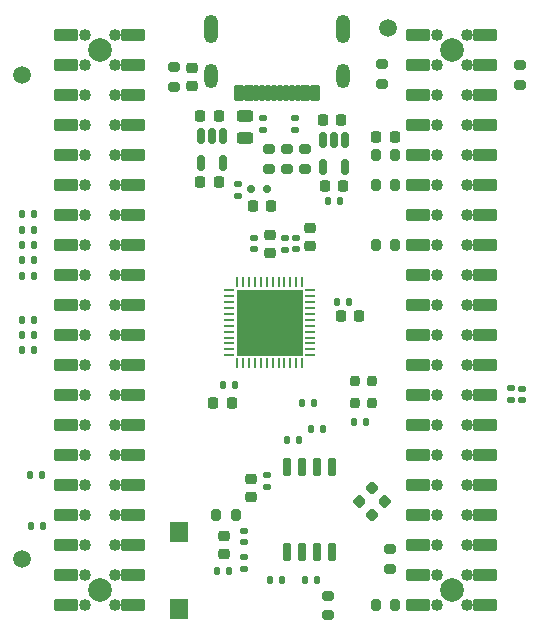
<source format=gbr>
G04 #@! TF.GenerationSoftware,KiCad,Pcbnew,7.0.10-7.0.10~ubuntu22.04.1*
G04 #@! TF.CreationDate,2024-01-11T21:49:49-05:00*
G04 #@! TF.ProjectId,caravel-breakout-fpga-ICE40UP5K-TT3,63617261-7665-46c2-9d62-7265616b6f75,1.2*
G04 #@! TF.SameCoordinates,PX2dc6c00PY42c1d80*
G04 #@! TF.FileFunction,Soldermask,Top*
G04 #@! TF.FilePolarity,Negative*
%FSLAX46Y46*%
G04 Gerber Fmt 4.6, Leading zero omitted, Abs format (unit mm)*
G04 Created by KiCad (PCBNEW 7.0.10-7.0.10~ubuntu22.04.1) date 2024-01-11 21:49:49*
%MOMM*%
%LPD*%
G01*
G04 APERTURE LIST*
G04 Aperture macros list*
%AMRoundRect*
0 Rectangle with rounded corners*
0 $1 Rounding radius*
0 $2 $3 $4 $5 $6 $7 $8 $9 X,Y pos of 4 corners*
0 Add a 4 corners polygon primitive as box body*
4,1,4,$2,$3,$4,$5,$6,$7,$8,$9,$2,$3,0*
0 Add four circle primitives for the rounded corners*
1,1,$1+$1,$2,$3*
1,1,$1+$1,$4,$5*
1,1,$1+$1,$6,$7*
1,1,$1+$1,$8,$9*
0 Add four rect primitives between the rounded corners*
20,1,$1+$1,$2,$3,$4,$5,0*
20,1,$1+$1,$4,$5,$6,$7,0*
20,1,$1+$1,$6,$7,$8,$9,0*
20,1,$1+$1,$8,$9,$2,$3,0*%
G04 Aperture macros list end*
%ADD10RoundRect,0.135000X0.135000X0.185000X-0.135000X0.185000X-0.135000X-0.185000X0.135000X-0.185000X0*%
%ADD11RoundRect,0.225000X0.225000X0.250000X-0.225000X0.250000X-0.225000X-0.250000X0.225000X-0.250000X0*%
%ADD12C,1.020000*%
%ADD13C,2.000000*%
%ADD14RoundRect,0.102000X0.898000X0.408000X-0.898000X0.408000X-0.898000X-0.408000X0.898000X-0.408000X0*%
%ADD15RoundRect,0.140000X0.170000X-0.140000X0.170000X0.140000X-0.170000X0.140000X-0.170000X-0.140000X0*%
%ADD16RoundRect,0.225000X-0.250000X0.225000X-0.250000X-0.225000X0.250000X-0.225000X0.250000X0.225000X0*%
%ADD17RoundRect,0.200000X-0.275000X0.200000X-0.275000X-0.200000X0.275000X-0.200000X0.275000X0.200000X0*%
%ADD18RoundRect,0.200000X0.275000X-0.200000X0.275000X0.200000X-0.275000X0.200000X-0.275000X-0.200000X0*%
%ADD19C,1.500000*%
%ADD20RoundRect,0.200000X-0.335876X-0.053033X-0.053033X-0.335876X0.335876X0.053033X0.053033X0.335876X0*%
%ADD21RoundRect,0.200000X0.200000X0.275000X-0.200000X0.275000X-0.200000X-0.275000X0.200000X-0.275000X0*%
%ADD22RoundRect,0.150000X-0.150000X0.512500X-0.150000X-0.512500X0.150000X-0.512500X0.150000X0.512500X0*%
%ADD23RoundRect,0.135000X0.185000X-0.135000X0.185000X0.135000X-0.185000X0.135000X-0.185000X-0.135000X0*%
%ADD24RoundRect,0.225000X0.250000X-0.225000X0.250000X0.225000X-0.250000X0.225000X-0.250000X-0.225000X0*%
%ADD25RoundRect,0.200000X0.200000X0.250000X-0.200000X0.250000X-0.200000X-0.250000X0.200000X-0.250000X0*%
%ADD26RoundRect,0.135000X-0.135000X-0.185000X0.135000X-0.185000X0.135000X0.185000X-0.135000X0.185000X0*%
%ADD27RoundRect,0.200000X-0.200000X-0.275000X0.200000X-0.275000X0.200000X0.275000X-0.200000X0.275000X0*%
%ADD28RoundRect,0.140000X0.140000X0.170000X-0.140000X0.170000X-0.140000X-0.170000X0.140000X-0.170000X0*%
%ADD29RoundRect,0.218750X-0.256250X0.218750X-0.256250X-0.218750X0.256250X-0.218750X0.256250X0.218750X0*%
%ADD30RoundRect,0.225000X-0.225000X-0.250000X0.225000X-0.250000X0.225000X0.250000X-0.225000X0.250000X0*%
%ADD31RoundRect,0.150000X0.150000X-0.650000X0.150000X0.650000X-0.150000X0.650000X-0.150000X-0.650000X0*%
%ADD32RoundRect,0.102000X0.700000X-0.750000X0.700000X0.750000X-0.700000X0.750000X-0.700000X-0.750000X0*%
%ADD33RoundRect,0.243750X-0.456250X0.243750X-0.456250X-0.243750X0.456250X-0.243750X0.456250X0.243750X0*%
%ADD34RoundRect,0.140000X-0.170000X0.140000X-0.170000X-0.140000X0.170000X-0.140000X0.170000X0.140000X0*%
%ADD35RoundRect,0.140000X-0.140000X-0.170000X0.140000X-0.170000X0.140000X0.170000X-0.140000X0.170000X0*%
%ADD36RoundRect,0.102000X0.300000X0.550000X-0.300000X0.550000X-0.300000X-0.550000X0.300000X-0.550000X0*%
%ADD37RoundRect,0.102000X0.150000X0.550000X-0.150000X0.550000X-0.150000X-0.550000X0.150000X-0.550000X0*%
%ADD38O,1.250000X2.400000*%
%ADD39O,1.180000X2.080000*%
%ADD40RoundRect,0.135000X-0.185000X0.135000X-0.185000X-0.135000X0.185000X-0.135000X0.185000X0.135000X0*%
%ADD41RoundRect,0.062500X0.062500X-0.375000X0.062500X0.375000X-0.062500X0.375000X-0.062500X-0.375000X0*%
%ADD42RoundRect,0.062500X0.375000X-0.062500X0.375000X0.062500X-0.375000X0.062500X-0.375000X-0.062500X0*%
%ADD43R,5.600000X5.600000*%
%ADD44RoundRect,0.200000X-0.053033X0.335876X-0.335876X0.053033X0.053033X-0.335876X0.335876X-0.053033X0*%
%ADD45RoundRect,0.150000X-0.150000X-0.200000X0.150000X-0.200000X0.150000X0.200000X-0.150000X0.200000X0*%
G04 APERTURE END LIST*
D10*
X2010000Y26200000D03*
X990000Y26200000D03*
X2010000Y24950000D03*
X990000Y24950000D03*
X2010000Y31300000D03*
X990000Y31300000D03*
X2010000Y35200000D03*
X990000Y35200000D03*
X2010000Y30000000D03*
X990000Y30000000D03*
X2010000Y23700000D03*
X990000Y23700000D03*
X2010000Y32600000D03*
X990000Y32600000D03*
X2010000Y33900000D03*
X990000Y33900000D03*
D11*
X18775000Y19250000D03*
X17225000Y19250000D03*
D12*
X6330000Y2120000D03*
X8870000Y2120000D03*
D13*
X7600000Y3390000D03*
D12*
X6330000Y4660000D03*
X8870000Y4660000D03*
X6330000Y7200000D03*
X8870000Y7200000D03*
X6330000Y9740000D03*
X8870000Y9740000D03*
X6330000Y12280000D03*
X8870000Y12280000D03*
X6330000Y14820000D03*
X8870000Y14820000D03*
X6330000Y17360000D03*
X8870000Y17360000D03*
X6330000Y19900000D03*
X8870000Y19900000D03*
X6330000Y22440000D03*
X8870000Y22440000D03*
X6330000Y24980000D03*
X8870000Y24980000D03*
X6330000Y27520000D03*
X8870000Y27520000D03*
X6330000Y30060000D03*
X8870000Y30060000D03*
X6330000Y32600000D03*
X8870000Y32600000D03*
X6330000Y35140000D03*
X8870000Y35140000D03*
X6330000Y37680000D03*
X8870000Y37680000D03*
X6330000Y40220000D03*
X8870000Y40220000D03*
X6330000Y42760000D03*
X8870000Y42760000D03*
X6330000Y45300000D03*
X8870000Y45300000D03*
X6330000Y47840000D03*
X8870000Y47840000D03*
D13*
X7600000Y49110000D03*
D12*
X6330000Y50380000D03*
X8870000Y50380000D03*
D14*
X10450000Y2120000D03*
X4750000Y2120000D03*
X10450000Y4660000D03*
X4750000Y4660000D03*
X10450000Y7200000D03*
X4750000Y7200000D03*
X10450000Y9740000D03*
X4750000Y9740000D03*
X10450000Y12280000D03*
X4750000Y12280000D03*
X10450000Y14820000D03*
X4750000Y14820000D03*
X10450000Y17360000D03*
X4750000Y17360000D03*
X10450000Y19900000D03*
X4750000Y19900000D03*
X10450000Y22440000D03*
X4750000Y22440000D03*
X10450000Y24980000D03*
X4750000Y24980000D03*
X10450000Y27520000D03*
X4750000Y27520000D03*
X10450000Y30060000D03*
X4750000Y30060000D03*
X10450000Y32600000D03*
X4750000Y32600000D03*
X10450000Y35140000D03*
X4750000Y35140000D03*
X10450000Y37680000D03*
X4750000Y37680000D03*
X10450000Y40220000D03*
X4750000Y40220000D03*
X10450000Y42760000D03*
X4750000Y42760000D03*
X10450000Y45300000D03*
X4750000Y45300000D03*
X10450000Y47840000D03*
X4750000Y47840000D03*
X10450000Y50380000D03*
X4750000Y50380000D03*
D15*
X24250000Y32220000D03*
X24250000Y33180000D03*
D16*
X20400000Y12775000D03*
X20400000Y11225000D03*
D17*
X31500000Y47900000D03*
X31500000Y46250000D03*
D18*
X24950000Y39025000D03*
X24950000Y40675000D03*
D17*
X23450000Y40675000D03*
X23450000Y39025000D03*
D19*
X32000000Y51000000D03*
D20*
X30616637Y11983363D03*
X31783363Y10816637D03*
D15*
X43400000Y19470000D03*
X43400000Y20430000D03*
D21*
X32625000Y2100000D03*
X30975000Y2100000D03*
D16*
X15400000Y47562500D03*
X15400000Y46012500D03*
D17*
X43200000Y47825000D03*
X43200000Y46175000D03*
D22*
X28400000Y41487500D03*
X27450000Y41487500D03*
X26500000Y41487500D03*
X26500000Y39212500D03*
X28400000Y39212500D03*
D23*
X42400000Y19440000D03*
X42400000Y20460000D03*
D18*
X26900000Y1250000D03*
X26900000Y2900000D03*
D24*
X25450000Y32475000D03*
X25450000Y34025000D03*
D21*
X32625000Y32600000D03*
X30975000Y32600000D03*
D10*
X2810000Y8800000D03*
X1790000Y8800000D03*
D25*
X30700000Y19200000D03*
X30700000Y21050000D03*
X29250000Y21050000D03*
X29250000Y19200000D03*
D20*
X29516637Y10883363D03*
X30683363Y9716637D03*
D26*
X24990000Y4200000D03*
X26010000Y4200000D03*
D27*
X17475000Y9700000D03*
X19125000Y9700000D03*
D28*
X27930000Y36350000D03*
X26970000Y36350000D03*
D29*
X18100000Y7987500D03*
X18100000Y6412500D03*
D30*
X31025000Y41700000D03*
X32575000Y41700000D03*
D11*
X17675000Y37900000D03*
X16125000Y37900000D03*
D17*
X21950000Y40675000D03*
X21950000Y39025000D03*
D31*
X23495000Y6600000D03*
X24765000Y6600000D03*
X26035000Y6600000D03*
X27305000Y6600000D03*
X27305000Y13800000D03*
X26035000Y13800000D03*
X24765000Y13800000D03*
X23495000Y13800000D03*
D26*
X25490000Y17000000D03*
X26510000Y17000000D03*
D21*
X32625000Y37700000D03*
X30975000Y37700000D03*
D11*
X17675000Y43500000D03*
X16125000Y43500000D03*
D23*
X19800000Y5190000D03*
X19800000Y6210000D03*
D30*
X26475000Y43200000D03*
X28025000Y43200000D03*
D32*
X14300000Y1750000D03*
X14300000Y8250000D03*
D19*
X1000000Y47000000D03*
D23*
X23300000Y32190000D03*
X23300000Y33210000D03*
D33*
X19900000Y43537500D03*
X19900000Y41662500D03*
D34*
X19800000Y8380000D03*
X19800000Y7420000D03*
D11*
X28225000Y37550000D03*
X26675000Y37550000D03*
D24*
X22000000Y31925000D03*
X22000000Y33475000D03*
D17*
X32200000Y6825000D03*
X32200000Y5175000D03*
D34*
X19300000Y37730000D03*
X19300000Y36770000D03*
D10*
X2710000Y13100000D03*
X1690000Y13100000D03*
D21*
X32625000Y40200000D03*
X30975000Y40200000D03*
D35*
X27720000Y27800000D03*
X28680000Y27800000D03*
D17*
X13900000Y47625000D03*
X13900000Y45975000D03*
D28*
X19030000Y20700000D03*
X18070000Y20700000D03*
D10*
X18520000Y5000000D03*
X17500000Y5000000D03*
D35*
X29170000Y17600000D03*
X30130000Y17600000D03*
D11*
X22125000Y35850000D03*
X20575000Y35850000D03*
D36*
X25820000Y45450000D03*
X25020000Y45450000D03*
D37*
X23870000Y45450000D03*
X22870000Y45450000D03*
X22370000Y45450000D03*
X21370000Y45450000D03*
D36*
X19420000Y45450000D03*
X20220000Y45450000D03*
D37*
X20870000Y45450000D03*
X21870000Y45450000D03*
X23370000Y45450000D03*
X24370000Y45450000D03*
D38*
X28240000Y50900000D03*
D39*
X17000000Y46900000D03*
X28240000Y46900000D03*
D38*
X17000000Y50900000D03*
D26*
X24690000Y19200000D03*
X25710000Y19200000D03*
D40*
X21400000Y43360000D03*
X21400000Y42340000D03*
X24180000Y43360000D03*
X24180000Y42340000D03*
D41*
X19250000Y22562500D03*
X19750000Y22562500D03*
X20250000Y22562500D03*
X20750000Y22562500D03*
X21250000Y22562500D03*
X21750000Y22562500D03*
X22250000Y22562500D03*
X22750000Y22562500D03*
X23250000Y22562500D03*
X23750000Y22562500D03*
X24250000Y22562500D03*
X24750000Y22562500D03*
D42*
X25437500Y23250000D03*
X25437500Y23750000D03*
X25437500Y24250000D03*
X25437500Y24750000D03*
X25437500Y25250000D03*
X25437500Y25750000D03*
X25437500Y26250000D03*
X25437500Y26750000D03*
X25437500Y27250000D03*
X25437500Y27750000D03*
X25437500Y28250000D03*
X25437500Y28750000D03*
D41*
X24750000Y29437500D03*
X24250000Y29437500D03*
X23750000Y29437500D03*
X23250000Y29437500D03*
X22750000Y29437500D03*
X22250000Y29437500D03*
X21750000Y29437500D03*
X21250000Y29437500D03*
X20750000Y29437500D03*
X20250000Y29437500D03*
X19750000Y29437500D03*
X19250000Y29437500D03*
D42*
X18562500Y28750000D03*
X18562500Y28250000D03*
X18562500Y27750000D03*
X18562500Y27250000D03*
X18562500Y26750000D03*
X18562500Y26250000D03*
X18562500Y25750000D03*
X18562500Y25250000D03*
X18562500Y24750000D03*
X18562500Y24250000D03*
X18562500Y23750000D03*
X18562500Y23250000D03*
D43*
X22000000Y26000000D03*
D44*
X30683363Y11983363D03*
X29516637Y10816637D03*
D12*
X36130000Y2120000D03*
X38670000Y2120000D03*
D13*
X37400000Y3390000D03*
D12*
X36130000Y4660000D03*
X38670000Y4660000D03*
X36130000Y7200000D03*
X38670000Y7200000D03*
X36130000Y9740000D03*
X38670000Y9740000D03*
X36130000Y12280000D03*
X38670000Y12280000D03*
X36130000Y14820000D03*
X38670000Y14820000D03*
X36130000Y17360000D03*
X38670000Y17360000D03*
X36130000Y19900000D03*
X38670000Y19900000D03*
X36130000Y22440000D03*
X38670000Y22440000D03*
X36130000Y24980000D03*
X38670000Y24980000D03*
X36130000Y27520000D03*
X38670000Y27520000D03*
X36130000Y30060000D03*
X38670000Y30060000D03*
X36130000Y32600000D03*
X38670000Y32600000D03*
X36130000Y35140000D03*
X38670000Y35140000D03*
X36130000Y37680000D03*
X38670000Y37680000D03*
X36130000Y40220000D03*
X38670000Y40220000D03*
X36130000Y42760000D03*
X38670000Y42760000D03*
X36130000Y45300000D03*
X38670000Y45300000D03*
X36130000Y47840000D03*
X38670000Y47840000D03*
D13*
X37400000Y49110000D03*
D12*
X36130000Y50380000D03*
X38670000Y50380000D03*
D14*
X40250000Y2120000D03*
X34550000Y2120000D03*
X40250000Y4660000D03*
X34550000Y4660000D03*
X40250000Y7200000D03*
X34550000Y7200000D03*
X40250000Y9740000D03*
X34550000Y9740000D03*
X40250000Y12280000D03*
X34550000Y12280000D03*
X40250000Y14820000D03*
X34550000Y14820000D03*
X40250000Y17360000D03*
X34550000Y17360000D03*
X40250000Y19900000D03*
X34550000Y19900000D03*
X40250000Y22440000D03*
X34550000Y22440000D03*
X40250000Y24980000D03*
X34550000Y24980000D03*
X40250000Y27520000D03*
X34550000Y27520000D03*
X40250000Y30060000D03*
X34550000Y30060000D03*
X40250000Y32600000D03*
X34550000Y32600000D03*
X40250000Y35140000D03*
X34550000Y35140000D03*
X40250000Y37680000D03*
X34550000Y37680000D03*
X40250000Y40220000D03*
X34550000Y40220000D03*
X40250000Y42760000D03*
X34550000Y42760000D03*
X40250000Y45300000D03*
X34550000Y45300000D03*
X40250000Y47840000D03*
X34550000Y47840000D03*
X40250000Y50380000D03*
X34550000Y50380000D03*
D26*
X23490000Y16100000D03*
X24510000Y16100000D03*
X21990000Y4200000D03*
X23010000Y4200000D03*
D15*
X20700000Y32220000D03*
X20700000Y33180000D03*
D19*
X1000000Y6000000D03*
D45*
X21800000Y37350000D03*
X20400000Y37350000D03*
D30*
X28025000Y26600000D03*
X29575000Y26600000D03*
D44*
X31783363Y10883363D03*
X30616637Y9716637D03*
D22*
X18050000Y41837500D03*
X17100000Y41837500D03*
X16150000Y41837500D03*
X16150000Y39562500D03*
X18050000Y39562500D03*
D34*
X21750000Y13080000D03*
X21750000Y12120000D03*
M02*

</source>
